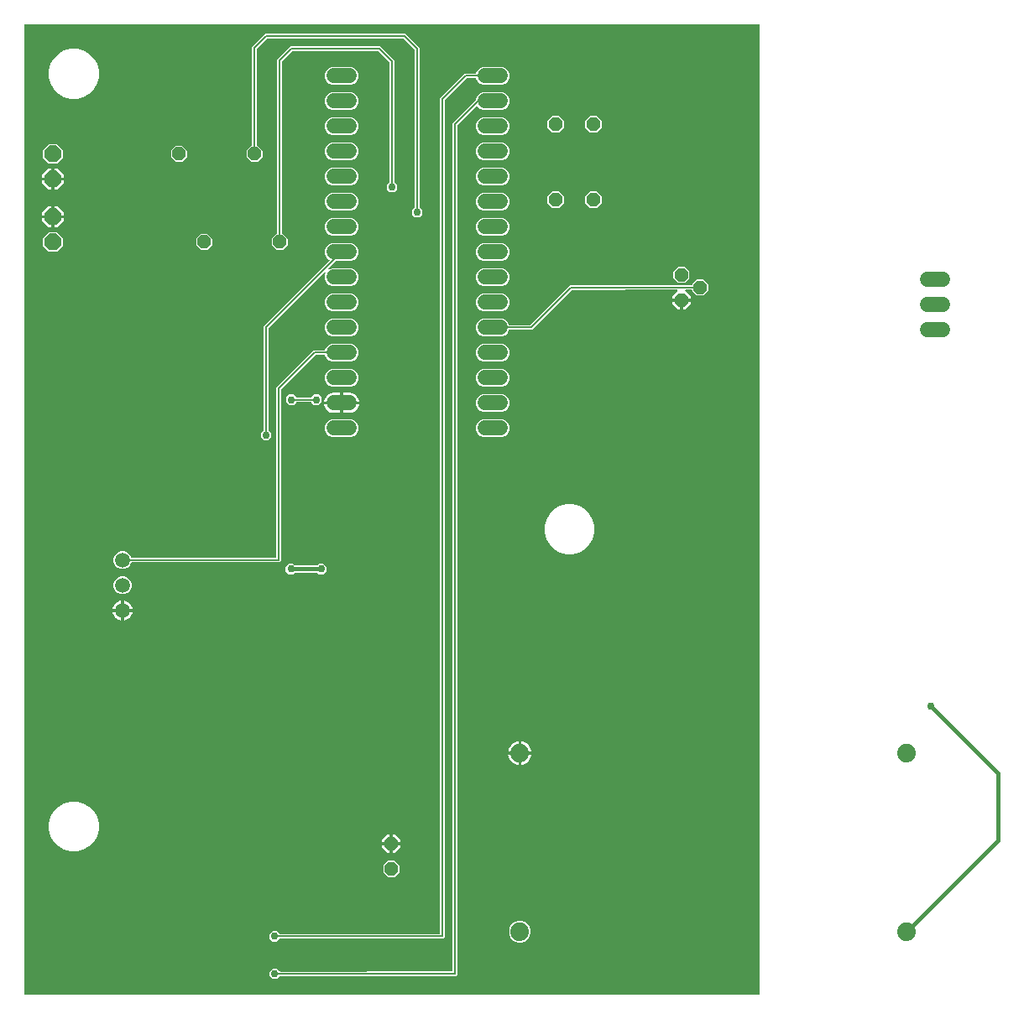
<source format=gbr>
G04 EAGLE Gerber RS-274X export*
G75*
%MOMM*%
%FSLAX34Y34*%
%LPD*%
%INBottom Copper*%
%IPPOS*%
%AMOC8*
5,1,8,0,0,1.08239X$1,22.5*%
G01*
%ADD10C,1.879600*%
%ADD11C,1.524000*%
%ADD12P,1.814519X8X112.500000*%
%ADD13P,1.814519X8X292.500000*%
%ADD14C,1.508000*%
%ADD15P,1.429621X8X292.500000*%
%ADD16P,1.429621X8X202.500000*%
%ADD17P,1.429621X8X112.500000*%
%ADD18C,0.152400*%
%ADD19C,0.756400*%
%ADD20C,0.406400*%

G36*
X750920Y10164D02*
X750920Y10164D01*
X750939Y10162D01*
X751041Y10184D01*
X751143Y10200D01*
X751160Y10210D01*
X751180Y10214D01*
X751269Y10267D01*
X751360Y10316D01*
X751374Y10330D01*
X751391Y10340D01*
X751458Y10419D01*
X751530Y10494D01*
X751538Y10512D01*
X751551Y10527D01*
X751590Y10623D01*
X751633Y10717D01*
X751635Y10737D01*
X751643Y10755D01*
X751661Y10922D01*
X751661Y989078D01*
X751658Y989098D01*
X751660Y989117D01*
X751638Y989219D01*
X751622Y989321D01*
X751612Y989338D01*
X751608Y989358D01*
X751555Y989447D01*
X751506Y989538D01*
X751492Y989552D01*
X751482Y989569D01*
X751403Y989636D01*
X751328Y989708D01*
X751310Y989716D01*
X751295Y989729D01*
X751199Y989768D01*
X751105Y989811D01*
X751085Y989813D01*
X751067Y989821D01*
X750900Y989839D01*
X10922Y989839D01*
X10902Y989836D01*
X10883Y989838D01*
X10781Y989816D01*
X10679Y989800D01*
X10662Y989790D01*
X10642Y989786D01*
X10553Y989733D01*
X10462Y989684D01*
X10448Y989670D01*
X10431Y989660D01*
X10364Y989581D01*
X10292Y989506D01*
X10284Y989488D01*
X10271Y989473D01*
X10232Y989377D01*
X10189Y989283D01*
X10187Y989263D01*
X10179Y989245D01*
X10161Y989078D01*
X10161Y10922D01*
X10164Y10902D01*
X10162Y10883D01*
X10184Y10781D01*
X10200Y10679D01*
X10210Y10662D01*
X10214Y10642D01*
X10267Y10553D01*
X10316Y10462D01*
X10330Y10448D01*
X10340Y10431D01*
X10419Y10364D01*
X10494Y10292D01*
X10512Y10284D01*
X10527Y10271D01*
X10623Y10232D01*
X10717Y10189D01*
X10737Y10187D01*
X10755Y10179D01*
X10922Y10161D01*
X750900Y10161D01*
X750920Y10164D01*
G37*
%LPC*%
G36*
X260502Y25893D02*
X260502Y25893D01*
X257393Y29002D01*
X257393Y33398D01*
X260502Y36507D01*
X264898Y36507D01*
X267689Y33716D01*
X267763Y33663D01*
X267833Y33603D01*
X267863Y33591D01*
X267889Y33573D01*
X267976Y33546D01*
X268061Y33511D01*
X268102Y33507D01*
X268124Y33500D01*
X268156Y33501D01*
X268228Y33493D01*
X441453Y33692D01*
X441472Y33695D01*
X441491Y33693D01*
X441593Y33715D01*
X441696Y33732D01*
X441713Y33741D01*
X441732Y33745D01*
X441821Y33798D01*
X441913Y33847D01*
X441926Y33861D01*
X441943Y33871D01*
X442011Y33950D01*
X442082Y34026D01*
X442090Y34043D01*
X442103Y34058D01*
X442142Y34155D01*
X442185Y34249D01*
X442188Y34268D01*
X442195Y34286D01*
X442213Y34453D01*
X442213Y889947D01*
X465412Y913146D01*
X465465Y913220D01*
X465525Y913290D01*
X465537Y913320D01*
X465556Y913346D01*
X465583Y913433D01*
X465617Y913518D01*
X465621Y913559D01*
X465628Y913581D01*
X465627Y913613D01*
X465635Y913685D01*
X465635Y914219D01*
X467027Y917580D01*
X469600Y920153D01*
X472961Y921545D01*
X491839Y921545D01*
X495200Y920153D01*
X497773Y917580D01*
X499165Y914219D01*
X499165Y910581D01*
X497773Y907220D01*
X495200Y904647D01*
X491839Y903255D01*
X472961Y903255D01*
X469600Y904647D01*
X467029Y907218D01*
X467013Y907230D01*
X467000Y907246D01*
X466913Y907302D01*
X466829Y907362D01*
X466810Y907368D01*
X466793Y907379D01*
X466693Y907404D01*
X466594Y907434D01*
X466574Y907434D01*
X466555Y907439D01*
X466452Y907431D01*
X466348Y907428D01*
X466329Y907421D01*
X466310Y907420D01*
X466215Y907379D01*
X466117Y907344D01*
X466102Y907331D01*
X466083Y907323D01*
X465952Y907218D01*
X447010Y888276D01*
X446957Y888202D01*
X446897Y888132D01*
X446885Y888102D01*
X446866Y888076D01*
X446839Y887989D01*
X446805Y887904D01*
X446801Y887863D01*
X446794Y887841D01*
X446795Y887809D01*
X446787Y887737D01*
X446787Y31412D01*
X446787Y31411D01*
X446788Y30462D01*
X446126Y29801D01*
X446126Y29800D01*
X445449Y29122D01*
X444512Y29122D01*
X444511Y29122D01*
X268239Y28920D01*
X268149Y28905D01*
X268059Y28898D01*
X268029Y28885D01*
X267996Y28880D01*
X267916Y28837D01*
X267832Y28801D01*
X267800Y28775D01*
X267779Y28764D01*
X267757Y28741D01*
X267702Y28697D01*
X264898Y25893D01*
X260502Y25893D01*
G37*
%LPD*%
%LPC*%
G36*
X260502Y63893D02*
X260502Y63893D01*
X257393Y67002D01*
X257393Y71398D01*
X260502Y74507D01*
X264898Y74507D01*
X267695Y71710D01*
X267769Y71657D01*
X267839Y71597D01*
X267869Y71585D01*
X267895Y71566D01*
X267982Y71539D01*
X268067Y71505D01*
X268108Y71501D01*
X268130Y71494D01*
X268162Y71495D01*
X268233Y71487D01*
X428752Y71487D01*
X428772Y71490D01*
X428791Y71488D01*
X428893Y71510D01*
X428995Y71526D01*
X429012Y71536D01*
X429032Y71540D01*
X429121Y71593D01*
X429212Y71642D01*
X429226Y71656D01*
X429243Y71666D01*
X429310Y71745D01*
X429382Y71820D01*
X429390Y71838D01*
X429403Y71853D01*
X429442Y71949D01*
X429485Y72043D01*
X429487Y72063D01*
X429495Y72081D01*
X429513Y72248D01*
X429513Y915347D01*
X454253Y940087D01*
X465320Y940087D01*
X465435Y940106D01*
X465551Y940123D01*
X465557Y940125D01*
X465563Y940126D01*
X465666Y940181D01*
X465771Y940234D01*
X465775Y940239D01*
X465780Y940242D01*
X465860Y940326D01*
X465943Y940410D01*
X465946Y940416D01*
X465950Y940420D01*
X465958Y940437D01*
X466024Y940557D01*
X467027Y942980D01*
X469600Y945553D01*
X472961Y946945D01*
X491839Y946945D01*
X495200Y945553D01*
X497773Y942980D01*
X499165Y939619D01*
X499165Y935981D01*
X497773Y932620D01*
X495200Y930047D01*
X491839Y928655D01*
X472961Y928655D01*
X469600Y930047D01*
X467027Y932620D01*
X466024Y935043D01*
X465962Y935143D01*
X465902Y935243D01*
X465897Y935247D01*
X465894Y935252D01*
X465804Y935327D01*
X465715Y935403D01*
X465709Y935405D01*
X465705Y935409D01*
X465596Y935451D01*
X465487Y935495D01*
X465480Y935496D01*
X465475Y935497D01*
X465457Y935498D01*
X465320Y935513D01*
X456463Y935513D01*
X456372Y935499D01*
X456282Y935491D01*
X456252Y935479D01*
X456220Y935474D01*
X456139Y935431D01*
X456055Y935395D01*
X456023Y935369D01*
X456002Y935358D01*
X455980Y935335D01*
X455924Y935290D01*
X434310Y913676D01*
X434257Y913602D01*
X434197Y913532D01*
X434185Y913502D01*
X434166Y913476D01*
X434139Y913389D01*
X434105Y913304D01*
X434101Y913263D01*
X434094Y913241D01*
X434095Y913209D01*
X434087Y913137D01*
X434087Y68253D01*
X432747Y66913D01*
X268233Y66913D01*
X268143Y66899D01*
X268052Y66891D01*
X268023Y66879D01*
X267991Y66874D01*
X267910Y66831D01*
X267826Y66795D01*
X267794Y66769D01*
X267773Y66758D01*
X267751Y66735D01*
X267695Y66690D01*
X264898Y63893D01*
X260502Y63893D01*
G37*
%LPD*%
%LPC*%
G36*
X107297Y439935D02*
X107297Y439935D01*
X103965Y441315D01*
X101415Y443865D01*
X100035Y447197D01*
X100035Y450803D01*
X101415Y454135D01*
X103965Y456685D01*
X107297Y458065D01*
X110903Y458065D01*
X114235Y456685D01*
X116785Y454135D01*
X117770Y451757D01*
X117832Y451657D01*
X117891Y451557D01*
X117896Y451553D01*
X117899Y451548D01*
X117990Y451473D01*
X118078Y451397D01*
X118084Y451395D01*
X118089Y451391D01*
X118197Y451349D01*
X118306Y451305D01*
X118314Y451304D01*
X118318Y451303D01*
X118337Y451302D01*
X118473Y451287D01*
X263652Y451287D01*
X263672Y451290D01*
X263691Y451288D01*
X263793Y451310D01*
X263895Y451326D01*
X263912Y451336D01*
X263932Y451340D01*
X264021Y451393D01*
X264112Y451442D01*
X264126Y451456D01*
X264143Y451466D01*
X264210Y451545D01*
X264282Y451620D01*
X264290Y451638D01*
X264303Y451653D01*
X264342Y451749D01*
X264385Y451843D01*
X264387Y451863D01*
X264395Y451881D01*
X264413Y452048D01*
X264413Y623247D01*
X301853Y660687D01*
X312920Y660687D01*
X313035Y660706D01*
X313151Y660723D01*
X313157Y660725D01*
X313163Y660726D01*
X313266Y660781D01*
X313371Y660834D01*
X313375Y660839D01*
X313380Y660842D01*
X313460Y660926D01*
X313543Y661010D01*
X313546Y661016D01*
X313550Y661020D01*
X313558Y661037D01*
X313624Y661157D01*
X314627Y663580D01*
X317200Y666153D01*
X320561Y667545D01*
X339439Y667545D01*
X342800Y666153D01*
X345373Y663580D01*
X346765Y660219D01*
X346765Y656581D01*
X345373Y653220D01*
X342800Y650647D01*
X339439Y649255D01*
X320561Y649255D01*
X317200Y650647D01*
X314627Y653220D01*
X313624Y655643D01*
X313562Y655743D01*
X313502Y655843D01*
X313497Y655847D01*
X313494Y655852D01*
X313404Y655927D01*
X313315Y656003D01*
X313309Y656005D01*
X313305Y656009D01*
X313196Y656051D01*
X313087Y656095D01*
X313080Y656096D01*
X313075Y656097D01*
X313057Y656098D01*
X312920Y656113D01*
X304063Y656113D01*
X303972Y656099D01*
X303882Y656091D01*
X303852Y656079D01*
X303820Y656074D01*
X303739Y656031D01*
X303655Y655995D01*
X303623Y655969D01*
X303602Y655958D01*
X303580Y655935D01*
X303524Y655890D01*
X269210Y621576D01*
X269157Y621502D01*
X269097Y621432D01*
X269085Y621402D01*
X269066Y621376D01*
X269039Y621289D01*
X269005Y621204D01*
X269001Y621163D01*
X268994Y621141D01*
X268995Y621109D01*
X268987Y621037D01*
X268987Y448053D01*
X267647Y446713D01*
X118473Y446713D01*
X118358Y446694D01*
X118242Y446677D01*
X118236Y446675D01*
X118230Y446674D01*
X118128Y446619D01*
X118023Y446566D01*
X118018Y446561D01*
X118013Y446558D01*
X117933Y446474D01*
X117851Y446390D01*
X117847Y446384D01*
X117844Y446380D01*
X117836Y446363D01*
X117770Y446243D01*
X116785Y443865D01*
X114235Y441315D01*
X110903Y439935D01*
X107297Y439935D01*
G37*
%LPD*%
%LPC*%
G36*
X404202Y794793D02*
X404202Y794793D01*
X401093Y797902D01*
X401093Y802298D01*
X403890Y805095D01*
X403943Y805169D01*
X404003Y805239D01*
X404015Y805269D01*
X404034Y805295D01*
X404061Y805382D01*
X404095Y805467D01*
X404099Y805508D01*
X404106Y805530D01*
X404105Y805562D01*
X404113Y805633D01*
X404113Y963937D01*
X404099Y964028D01*
X404091Y964118D01*
X404079Y964148D01*
X404074Y964180D01*
X404031Y964261D01*
X403995Y964345D01*
X403969Y964377D01*
X403958Y964398D01*
X403935Y964420D01*
X403890Y964476D01*
X392976Y975390D01*
X392902Y975443D01*
X392832Y975503D01*
X392802Y975515D01*
X392776Y975534D01*
X392689Y975561D01*
X392604Y975595D01*
X392563Y975599D01*
X392541Y975606D01*
X392509Y975605D01*
X392437Y975613D01*
X255263Y975613D01*
X255172Y975599D01*
X255082Y975591D01*
X255052Y975579D01*
X255020Y975574D01*
X254939Y975531D01*
X254855Y975495D01*
X254823Y975469D01*
X254802Y975458D01*
X254780Y975435D01*
X254724Y975390D01*
X244710Y965376D01*
X244657Y965302D01*
X244597Y965232D01*
X244585Y965202D01*
X244566Y965176D01*
X244539Y965089D01*
X244505Y965004D01*
X244501Y964963D01*
X244494Y964941D01*
X244495Y964909D01*
X244487Y964837D01*
X244487Y867890D01*
X244490Y867870D01*
X244488Y867851D01*
X244510Y867749D01*
X244526Y867647D01*
X244536Y867630D01*
X244540Y867610D01*
X244593Y867521D01*
X244642Y867430D01*
X244656Y867416D01*
X244666Y867399D01*
X244745Y867332D01*
X244820Y867260D01*
X244838Y867252D01*
X244853Y867239D01*
X244949Y867200D01*
X245043Y867157D01*
X245063Y867155D01*
X245081Y867147D01*
X245248Y867129D01*
X245567Y867129D01*
X250329Y862367D01*
X250329Y855633D01*
X245567Y850871D01*
X238833Y850871D01*
X234071Y855633D01*
X234071Y862367D01*
X238833Y867129D01*
X239152Y867129D01*
X239172Y867132D01*
X239191Y867130D01*
X239293Y867152D01*
X239395Y867168D01*
X239412Y867178D01*
X239432Y867182D01*
X239521Y867235D01*
X239612Y867284D01*
X239626Y867298D01*
X239643Y867308D01*
X239710Y867387D01*
X239782Y867462D01*
X239790Y867480D01*
X239803Y867495D01*
X239842Y867591D01*
X239885Y867685D01*
X239887Y867705D01*
X239895Y867723D01*
X239913Y867890D01*
X239913Y967047D01*
X253053Y980187D01*
X394647Y980187D01*
X408687Y966147D01*
X408687Y805633D01*
X408701Y805543D01*
X408709Y805452D01*
X408721Y805423D01*
X408726Y805391D01*
X408769Y805310D01*
X408805Y805226D01*
X408831Y805194D01*
X408842Y805173D01*
X408865Y805151D01*
X408910Y805095D01*
X411707Y802298D01*
X411707Y797902D01*
X408598Y794793D01*
X404202Y794793D01*
G37*
%LPD*%
%LPC*%
G36*
X264233Y761971D02*
X264233Y761971D01*
X259471Y766733D01*
X259471Y773467D01*
X264233Y778229D01*
X264552Y778229D01*
X264572Y778232D01*
X264591Y778230D01*
X264693Y778252D01*
X264795Y778268D01*
X264812Y778278D01*
X264832Y778282D01*
X264921Y778335D01*
X265012Y778384D01*
X265026Y778398D01*
X265043Y778408D01*
X265110Y778487D01*
X265182Y778562D01*
X265190Y778580D01*
X265203Y778595D01*
X265242Y778691D01*
X265285Y778785D01*
X265287Y778805D01*
X265295Y778823D01*
X265313Y778990D01*
X265313Y954347D01*
X278453Y967487D01*
X369247Y967487D01*
X383287Y953447D01*
X383287Y831033D01*
X383301Y830943D01*
X383309Y830852D01*
X383321Y830823D01*
X383326Y830791D01*
X383369Y830710D01*
X383405Y830626D01*
X383431Y830594D01*
X383442Y830573D01*
X383465Y830551D01*
X383510Y830495D01*
X386307Y827698D01*
X386307Y823302D01*
X383198Y820193D01*
X378802Y820193D01*
X375693Y823302D01*
X375693Y827698D01*
X378490Y830495D01*
X378543Y830569D01*
X378603Y830639D01*
X378615Y830669D01*
X378634Y830695D01*
X378661Y830782D01*
X378695Y830867D01*
X378699Y830908D01*
X378706Y830930D01*
X378705Y830962D01*
X378713Y831033D01*
X378713Y951237D01*
X378699Y951328D01*
X378691Y951418D01*
X378679Y951448D01*
X378674Y951480D01*
X378631Y951561D01*
X378595Y951645D01*
X378569Y951677D01*
X378558Y951698D01*
X378535Y951720D01*
X378490Y951776D01*
X367576Y962690D01*
X367502Y962743D01*
X367432Y962803D01*
X367402Y962815D01*
X367376Y962834D01*
X367289Y962861D01*
X367204Y962895D01*
X367163Y962899D01*
X367141Y962906D01*
X367109Y962905D01*
X367037Y962913D01*
X280663Y962913D01*
X280572Y962899D01*
X280482Y962891D01*
X280452Y962879D01*
X280420Y962874D01*
X280339Y962831D01*
X280255Y962795D01*
X280223Y962769D01*
X280202Y962758D01*
X280180Y962735D01*
X280124Y962690D01*
X270110Y952676D01*
X270057Y952602D01*
X269997Y952532D01*
X269985Y952502D01*
X269966Y952476D01*
X269939Y952389D01*
X269905Y952304D01*
X269901Y952263D01*
X269894Y952241D01*
X269895Y952209D01*
X269887Y952137D01*
X269887Y778990D01*
X269890Y778970D01*
X269888Y778951D01*
X269910Y778849D01*
X269926Y778747D01*
X269936Y778730D01*
X269940Y778710D01*
X269993Y778621D01*
X270042Y778530D01*
X270056Y778516D01*
X270066Y778499D01*
X270145Y778432D01*
X270220Y778360D01*
X270238Y778352D01*
X270253Y778339D01*
X270349Y778300D01*
X270443Y778257D01*
X270463Y778255D01*
X270481Y778247D01*
X270648Y778229D01*
X270967Y778229D01*
X275729Y773467D01*
X275729Y766733D01*
X270967Y761971D01*
X264233Y761971D01*
G37*
%LPD*%
%LPC*%
G36*
X251802Y570003D02*
X251802Y570003D01*
X248693Y573112D01*
X248693Y577508D01*
X251490Y580305D01*
X251543Y580379D01*
X251603Y580449D01*
X251615Y580479D01*
X251634Y580505D01*
X251661Y580592D01*
X251695Y580677D01*
X251699Y580718D01*
X251706Y580740D01*
X251705Y580772D01*
X251713Y580843D01*
X251713Y684947D01*
X317677Y750911D01*
X317704Y750948D01*
X317737Y750979D01*
X317775Y751047D01*
X317820Y751110D01*
X317834Y751154D01*
X317856Y751195D01*
X317870Y751271D01*
X317893Y751345D01*
X317891Y751391D01*
X317900Y751437D01*
X317888Y751514D01*
X317886Y751591D01*
X317871Y751634D01*
X317864Y751680D01*
X317829Y751749D01*
X317802Y751822D01*
X317773Y751858D01*
X317752Y751899D01*
X317697Y751954D01*
X317648Y752014D01*
X317609Y752039D01*
X317577Y752071D01*
X317457Y752137D01*
X317441Y752147D01*
X317436Y752149D01*
X317430Y752152D01*
X317200Y752247D01*
X314627Y754820D01*
X313235Y758181D01*
X313235Y761819D01*
X314627Y765180D01*
X317200Y767753D01*
X320561Y769145D01*
X339439Y769145D01*
X342800Y767753D01*
X345373Y765180D01*
X346765Y761819D01*
X346765Y758181D01*
X345373Y754820D01*
X342800Y752247D01*
X339439Y750855D01*
X324405Y750855D01*
X324314Y750841D01*
X324224Y750833D01*
X324194Y750821D01*
X324162Y750816D01*
X324081Y750773D01*
X323997Y750737D01*
X323965Y750711D01*
X323944Y750700D01*
X323922Y750677D01*
X323866Y750632D01*
X317152Y743918D01*
X317095Y743839D01*
X317033Y743764D01*
X317023Y743739D01*
X317008Y743718D01*
X316980Y743625D01*
X316945Y743534D01*
X316943Y743508D01*
X316936Y743483D01*
X316938Y743386D01*
X316934Y743288D01*
X316941Y743263D01*
X316942Y743237D01*
X316976Y743145D01*
X317003Y743052D01*
X317018Y743031D01*
X317027Y743006D01*
X317088Y742930D01*
X317143Y742850D01*
X317164Y742834D01*
X317180Y742814D01*
X317262Y742761D01*
X317340Y742703D01*
X317365Y742695D01*
X317387Y742681D01*
X317482Y742657D01*
X317574Y742627D01*
X317600Y742627D01*
X317626Y742621D01*
X317723Y742628D01*
X317820Y742629D01*
X317852Y742639D01*
X317871Y742640D01*
X317901Y742653D01*
X317981Y742676D01*
X320561Y743745D01*
X339439Y743745D01*
X342800Y742353D01*
X345373Y739780D01*
X346765Y736419D01*
X346765Y732781D01*
X345373Y729420D01*
X342800Y726847D01*
X339439Y725455D01*
X320561Y725455D01*
X317200Y726847D01*
X314627Y729420D01*
X313235Y732781D01*
X313235Y736419D01*
X314304Y738999D01*
X314326Y739094D01*
X314355Y739187D01*
X314354Y739213D01*
X314360Y739238D01*
X314351Y739335D01*
X314348Y739432D01*
X314339Y739457D01*
X314337Y739483D01*
X314297Y739572D01*
X314264Y739663D01*
X314248Y739684D01*
X314237Y739708D01*
X314171Y739779D01*
X314110Y739856D01*
X314088Y739870D01*
X314071Y739889D01*
X313985Y739936D01*
X313903Y739989D01*
X313878Y739995D01*
X313855Y740008D01*
X313759Y740025D01*
X313665Y740049D01*
X313639Y740047D01*
X313613Y740051D01*
X313516Y740037D01*
X313420Y740029D01*
X313396Y740019D01*
X313370Y740015D01*
X313283Y739971D01*
X313193Y739933D01*
X313168Y739913D01*
X313150Y739904D01*
X313127Y739880D01*
X313062Y739828D01*
X256510Y683276D01*
X256457Y683202D01*
X256397Y683132D01*
X256385Y683102D01*
X256366Y683076D01*
X256339Y682989D01*
X256305Y682904D01*
X256301Y682863D01*
X256294Y682841D01*
X256295Y682809D01*
X256287Y682737D01*
X256287Y580843D01*
X256301Y580753D01*
X256309Y580662D01*
X256321Y580633D01*
X256326Y580601D01*
X256369Y580520D01*
X256405Y580436D01*
X256431Y580404D01*
X256442Y580383D01*
X256465Y580361D01*
X256510Y580305D01*
X259307Y577508D01*
X259307Y573112D01*
X256198Y570003D01*
X251802Y570003D01*
G37*
%LPD*%
%LPC*%
G36*
X556688Y454839D02*
X556688Y454839D01*
X550288Y456554D01*
X544551Y459866D01*
X539866Y464551D01*
X536554Y470288D01*
X534839Y476688D01*
X534839Y483312D01*
X536554Y489712D01*
X539866Y495449D01*
X544551Y500134D01*
X550288Y503446D01*
X556688Y505161D01*
X563312Y505161D01*
X569712Y503446D01*
X575449Y500134D01*
X580134Y495449D01*
X583446Y489712D01*
X585161Y483312D01*
X585161Y476688D01*
X583446Y470288D01*
X580134Y464551D01*
X575449Y459866D01*
X569712Y456554D01*
X563312Y454839D01*
X556688Y454839D01*
G37*
%LPD*%
%LPC*%
G36*
X56688Y914839D02*
X56688Y914839D01*
X50288Y916554D01*
X44551Y919866D01*
X39866Y924551D01*
X36554Y930288D01*
X34839Y936688D01*
X34839Y943312D01*
X36554Y949712D01*
X39866Y955449D01*
X44551Y960134D01*
X50288Y963446D01*
X56688Y965161D01*
X63312Y965161D01*
X69712Y963446D01*
X75449Y960134D01*
X80134Y955449D01*
X83446Y949712D01*
X85161Y943312D01*
X85161Y936688D01*
X83446Y930288D01*
X80134Y924551D01*
X75449Y919866D01*
X69712Y916554D01*
X63312Y914839D01*
X56688Y914839D01*
G37*
%LPD*%
%LPC*%
G36*
X56688Y154839D02*
X56688Y154839D01*
X50288Y156554D01*
X44551Y159866D01*
X39866Y164551D01*
X36554Y170288D01*
X34839Y176688D01*
X34839Y183312D01*
X36554Y189712D01*
X39866Y195449D01*
X44551Y200134D01*
X50288Y203446D01*
X56688Y205161D01*
X63312Y205161D01*
X69712Y203446D01*
X75449Y200134D01*
X80134Y195449D01*
X83446Y189712D01*
X85161Y183312D01*
X85161Y176688D01*
X83446Y170288D01*
X80134Y164551D01*
X75449Y159866D01*
X69712Y156554D01*
X63312Y154839D01*
X56688Y154839D01*
G37*
%LPD*%
%LPC*%
G36*
X472961Y674655D02*
X472961Y674655D01*
X469600Y676047D01*
X467027Y678620D01*
X465635Y681981D01*
X465635Y685619D01*
X467027Y688980D01*
X469600Y691553D01*
X472961Y692945D01*
X491839Y692945D01*
X495200Y691553D01*
X497773Y688980D01*
X498776Y686557D01*
X498838Y686457D01*
X498898Y686357D01*
X498903Y686353D01*
X498906Y686348D01*
X498996Y686273D01*
X499085Y686197D01*
X499091Y686195D01*
X499095Y686191D01*
X499204Y686149D01*
X499313Y686105D01*
X499320Y686104D01*
X499325Y686103D01*
X499343Y686102D01*
X499480Y686087D01*
X519977Y686087D01*
X520068Y686101D01*
X520158Y686109D01*
X520188Y686121D01*
X520220Y686126D01*
X520301Y686169D01*
X520385Y686205D01*
X520417Y686231D01*
X520438Y686242D01*
X520460Y686265D01*
X520516Y686310D01*
X559718Y725512D01*
X559719Y725513D01*
X560390Y726187D01*
X561336Y726187D01*
X561337Y726187D01*
X561338Y726187D01*
X683062Y726466D01*
X683081Y726469D01*
X683099Y726467D01*
X683201Y726489D01*
X683304Y726507D01*
X683321Y726516D01*
X683340Y726520D01*
X683429Y726573D01*
X683522Y726622D01*
X683535Y726636D01*
X683551Y726646D01*
X683619Y726725D01*
X683690Y726801D01*
X683698Y726818D01*
X683711Y726833D01*
X683750Y726930D01*
X683794Y727024D01*
X683796Y727043D01*
X683803Y727061D01*
X683821Y727228D01*
X683821Y727567D01*
X688583Y732329D01*
X695317Y732329D01*
X700079Y727567D01*
X700079Y720833D01*
X695317Y716071D01*
X688583Y716071D01*
X683821Y720833D01*
X683821Y721132D01*
X683818Y721152D01*
X683820Y721173D01*
X683798Y721273D01*
X683782Y721374D01*
X683772Y721393D01*
X683767Y721413D01*
X683714Y721501D01*
X683666Y721592D01*
X683651Y721606D01*
X683641Y721624D01*
X683562Y721691D01*
X683488Y721761D01*
X683469Y721770D01*
X683453Y721783D01*
X683358Y721822D01*
X683265Y721865D01*
X683244Y721867D01*
X683225Y721875D01*
X683058Y721893D01*
X677289Y721880D01*
X677219Y721868D01*
X677148Y721866D01*
X677099Y721848D01*
X677046Y721839D01*
X676984Y721806D01*
X676917Y721782D01*
X676876Y721749D01*
X676829Y721724D01*
X676781Y721672D01*
X676725Y721628D01*
X676697Y721583D01*
X676660Y721545D01*
X676631Y721481D01*
X676592Y721421D01*
X676579Y721370D01*
X676557Y721322D01*
X676550Y721251D01*
X676532Y721183D01*
X676536Y721130D01*
X676531Y721077D01*
X676546Y721008D01*
X676551Y720937D01*
X676572Y720889D01*
X676583Y720837D01*
X676620Y720776D01*
X676648Y720711D01*
X676693Y720654D01*
X676710Y720626D01*
X676728Y720611D01*
X676752Y720580D01*
X682045Y715288D01*
X682045Y713023D01*
X673662Y713023D01*
X673642Y713020D01*
X673623Y713022D01*
X673521Y713000D01*
X673419Y712983D01*
X673402Y712974D01*
X673382Y712970D01*
X673293Y712917D01*
X673202Y712868D01*
X673188Y712854D01*
X673171Y712844D01*
X673104Y712765D01*
X673033Y712690D01*
X673024Y712672D01*
X673011Y712657D01*
X672973Y712561D01*
X672929Y712467D01*
X672927Y712447D01*
X672919Y712429D01*
X672901Y712262D01*
X672901Y711499D01*
X672899Y711499D01*
X672899Y712262D01*
X672896Y712282D01*
X672898Y712301D01*
X672876Y712403D01*
X672859Y712505D01*
X672850Y712522D01*
X672846Y712542D01*
X672793Y712631D01*
X672744Y712722D01*
X672730Y712736D01*
X672720Y712753D01*
X672641Y712820D01*
X672566Y712891D01*
X672548Y712900D01*
X672533Y712913D01*
X672437Y712952D01*
X672343Y712995D01*
X672323Y712997D01*
X672305Y713005D01*
X672138Y713023D01*
X663755Y713023D01*
X663755Y715288D01*
X669027Y720560D01*
X669070Y720619D01*
X669119Y720672D01*
X669141Y720718D01*
X669171Y720760D01*
X669192Y720829D01*
X669223Y720895D01*
X669228Y720946D01*
X669243Y720995D01*
X669241Y721067D01*
X669249Y721139D01*
X669238Y721189D01*
X669237Y721241D01*
X669212Y721309D01*
X669196Y721380D01*
X669170Y721423D01*
X669152Y721472D01*
X669107Y721528D01*
X669070Y721590D01*
X669031Y721624D01*
X668999Y721664D01*
X668938Y721703D01*
X668882Y721750D01*
X668835Y721769D01*
X668792Y721797D01*
X668721Y721814D01*
X668654Y721841D01*
X668584Y721849D01*
X668553Y721857D01*
X668529Y721855D01*
X668487Y721859D01*
X562604Y721616D01*
X562514Y721601D01*
X562424Y721594D01*
X562394Y721581D01*
X562361Y721576D01*
X562281Y721533D01*
X562198Y721498D01*
X562165Y721472D01*
X562144Y721460D01*
X562122Y721437D01*
X562067Y721393D01*
X523750Y683076D01*
X522187Y681513D01*
X499480Y681513D01*
X499365Y681494D01*
X499249Y681477D01*
X499243Y681475D01*
X499237Y681474D01*
X499134Y681419D01*
X499029Y681366D01*
X499025Y681361D01*
X499020Y681358D01*
X498940Y681274D01*
X498857Y681190D01*
X498854Y681184D01*
X498850Y681180D01*
X498842Y681163D01*
X498776Y681043D01*
X497773Y678620D01*
X495200Y676047D01*
X491839Y674655D01*
X472961Y674655D01*
G37*
%LPD*%
%LPC*%
G36*
X320561Y877855D02*
X320561Y877855D01*
X317200Y879247D01*
X314627Y881820D01*
X313235Y885181D01*
X313235Y888819D01*
X314627Y892180D01*
X317200Y894753D01*
X320561Y896145D01*
X339439Y896145D01*
X342800Y894753D01*
X345373Y892180D01*
X346765Y888819D01*
X346765Y885181D01*
X345373Y881820D01*
X342800Y879247D01*
X339439Y877855D01*
X320561Y877855D01*
G37*
%LPD*%
%LPC*%
G36*
X472961Y852455D02*
X472961Y852455D01*
X469600Y853847D01*
X467027Y856420D01*
X465635Y859781D01*
X465635Y863419D01*
X467027Y866780D01*
X469600Y869353D01*
X472961Y870745D01*
X491839Y870745D01*
X495200Y869353D01*
X497773Y866780D01*
X499165Y863419D01*
X499165Y859781D01*
X497773Y856420D01*
X495200Y853847D01*
X491839Y852455D01*
X472961Y852455D01*
G37*
%LPD*%
%LPC*%
G36*
X320561Y852455D02*
X320561Y852455D01*
X317200Y853847D01*
X314627Y856420D01*
X313235Y859781D01*
X313235Y863419D01*
X314627Y866780D01*
X317200Y869353D01*
X320561Y870745D01*
X339439Y870745D01*
X342800Y869353D01*
X345373Y866780D01*
X346765Y863419D01*
X346765Y859781D01*
X345373Y856420D01*
X342800Y853847D01*
X339439Y852455D01*
X320561Y852455D01*
G37*
%LPD*%
%LPC*%
G36*
X320561Y928655D02*
X320561Y928655D01*
X317200Y930047D01*
X314627Y932620D01*
X313235Y935981D01*
X313235Y939619D01*
X314627Y942980D01*
X317200Y945553D01*
X320561Y946945D01*
X339439Y946945D01*
X342800Y945553D01*
X345373Y942980D01*
X346765Y939619D01*
X346765Y935981D01*
X345373Y932620D01*
X342800Y930047D01*
X339439Y928655D01*
X320561Y928655D01*
G37*
%LPD*%
%LPC*%
G36*
X320561Y903255D02*
X320561Y903255D01*
X317200Y904647D01*
X314627Y907220D01*
X313235Y910581D01*
X313235Y914219D01*
X314627Y917580D01*
X317200Y920153D01*
X320561Y921545D01*
X339439Y921545D01*
X342800Y920153D01*
X345373Y917580D01*
X346765Y914219D01*
X346765Y910581D01*
X345373Y907220D01*
X342800Y904647D01*
X339439Y903255D01*
X320561Y903255D01*
G37*
%LPD*%
%LPC*%
G36*
X320561Y827055D02*
X320561Y827055D01*
X317200Y828447D01*
X314627Y831020D01*
X313235Y834381D01*
X313235Y838019D01*
X314627Y841380D01*
X317200Y843953D01*
X320561Y845345D01*
X339439Y845345D01*
X342800Y843953D01*
X345373Y841380D01*
X346765Y838019D01*
X346765Y834381D01*
X345373Y831020D01*
X342800Y828447D01*
X339439Y827055D01*
X320561Y827055D01*
G37*
%LPD*%
%LPC*%
G36*
X472961Y827055D02*
X472961Y827055D01*
X469600Y828447D01*
X467027Y831020D01*
X465635Y834381D01*
X465635Y838019D01*
X467027Y841380D01*
X469600Y843953D01*
X472961Y845345D01*
X491839Y845345D01*
X495200Y843953D01*
X497773Y841380D01*
X499165Y838019D01*
X499165Y834381D01*
X497773Y831020D01*
X495200Y828447D01*
X491839Y827055D01*
X472961Y827055D01*
G37*
%LPD*%
%LPC*%
G36*
X320561Y573055D02*
X320561Y573055D01*
X317200Y574447D01*
X314627Y577020D01*
X313235Y580381D01*
X313235Y584019D01*
X314627Y587380D01*
X317200Y589953D01*
X320561Y591345D01*
X339439Y591345D01*
X342800Y589953D01*
X345373Y587380D01*
X346765Y584019D01*
X346765Y580381D01*
X345373Y577020D01*
X342800Y574447D01*
X339439Y573055D01*
X320561Y573055D01*
G37*
%LPD*%
%LPC*%
G36*
X472961Y573055D02*
X472961Y573055D01*
X469600Y574447D01*
X467027Y577020D01*
X465635Y580381D01*
X465635Y584019D01*
X467027Y587380D01*
X469600Y589953D01*
X472961Y591345D01*
X491839Y591345D01*
X495200Y589953D01*
X497773Y587380D01*
X499165Y584019D01*
X499165Y580381D01*
X497773Y577020D01*
X495200Y574447D01*
X491839Y573055D01*
X472961Y573055D01*
G37*
%LPD*%
%LPC*%
G36*
X472961Y598455D02*
X472961Y598455D01*
X469600Y599847D01*
X467027Y602420D01*
X465635Y605781D01*
X465635Y609419D01*
X467027Y612780D01*
X469600Y615353D01*
X472961Y616745D01*
X491839Y616745D01*
X495200Y615353D01*
X497773Y612780D01*
X499165Y609419D01*
X499165Y605781D01*
X497773Y602420D01*
X495200Y599847D01*
X491839Y598455D01*
X472961Y598455D01*
G37*
%LPD*%
%LPC*%
G36*
X320561Y623855D02*
X320561Y623855D01*
X317200Y625247D01*
X314627Y627820D01*
X313235Y631181D01*
X313235Y634819D01*
X314627Y638180D01*
X317200Y640753D01*
X320561Y642145D01*
X339439Y642145D01*
X342800Y640753D01*
X345373Y638180D01*
X346765Y634819D01*
X346765Y631181D01*
X345373Y627820D01*
X342800Y625247D01*
X339439Y623855D01*
X320561Y623855D01*
G37*
%LPD*%
%LPC*%
G36*
X472961Y623855D02*
X472961Y623855D01*
X469600Y625247D01*
X467027Y627820D01*
X465635Y631181D01*
X465635Y634819D01*
X467027Y638180D01*
X469600Y640753D01*
X472961Y642145D01*
X491839Y642145D01*
X495200Y640753D01*
X497773Y638180D01*
X499165Y634819D01*
X499165Y631181D01*
X497773Y627820D01*
X495200Y625247D01*
X491839Y623855D01*
X472961Y623855D01*
G37*
%LPD*%
%LPC*%
G36*
X472961Y649255D02*
X472961Y649255D01*
X469600Y650647D01*
X467027Y653220D01*
X465635Y656581D01*
X465635Y660219D01*
X467027Y663580D01*
X469600Y666153D01*
X472961Y667545D01*
X491839Y667545D01*
X495200Y666153D01*
X497773Y663580D01*
X499165Y660219D01*
X499165Y656581D01*
X497773Y653220D01*
X495200Y650647D01*
X491839Y649255D01*
X472961Y649255D01*
G37*
%LPD*%
%LPC*%
G36*
X320561Y674655D02*
X320561Y674655D01*
X317200Y676047D01*
X314627Y678620D01*
X313235Y681981D01*
X313235Y685619D01*
X314627Y688980D01*
X317200Y691553D01*
X320561Y692945D01*
X339439Y692945D01*
X342800Y691553D01*
X345373Y688980D01*
X346765Y685619D01*
X346765Y681981D01*
X345373Y678620D01*
X342800Y676047D01*
X339439Y674655D01*
X320561Y674655D01*
G37*
%LPD*%
%LPC*%
G36*
X472961Y801655D02*
X472961Y801655D01*
X469600Y803047D01*
X467027Y805620D01*
X465635Y808981D01*
X465635Y812619D01*
X467027Y815980D01*
X469600Y818553D01*
X472961Y819945D01*
X491839Y819945D01*
X495200Y818553D01*
X497773Y815980D01*
X499165Y812619D01*
X499165Y808981D01*
X497773Y805620D01*
X495200Y803047D01*
X491839Y801655D01*
X472961Y801655D01*
G37*
%LPD*%
%LPC*%
G36*
X320561Y801655D02*
X320561Y801655D01*
X317200Y803047D01*
X314627Y805620D01*
X313235Y808981D01*
X313235Y812619D01*
X314627Y815980D01*
X317200Y818553D01*
X320561Y819945D01*
X339439Y819945D01*
X342800Y818553D01*
X345373Y815980D01*
X346765Y812619D01*
X346765Y808981D01*
X345373Y805620D01*
X342800Y803047D01*
X339439Y801655D01*
X320561Y801655D01*
G37*
%LPD*%
%LPC*%
G36*
X320561Y700055D02*
X320561Y700055D01*
X317200Y701447D01*
X314627Y704020D01*
X313235Y707381D01*
X313235Y711019D01*
X314627Y714380D01*
X317200Y716953D01*
X320561Y718345D01*
X339439Y718345D01*
X342800Y716953D01*
X345373Y714380D01*
X346765Y711019D01*
X346765Y707381D01*
X345373Y704020D01*
X342800Y701447D01*
X339439Y700055D01*
X320561Y700055D01*
G37*
%LPD*%
%LPC*%
G36*
X472961Y700055D02*
X472961Y700055D01*
X469600Y701447D01*
X467027Y704020D01*
X465635Y707381D01*
X465635Y711019D01*
X467027Y714380D01*
X469600Y716953D01*
X472961Y718345D01*
X491839Y718345D01*
X495200Y716953D01*
X497773Y714380D01*
X499165Y711019D01*
X499165Y707381D01*
X497773Y704020D01*
X495200Y701447D01*
X491839Y700055D01*
X472961Y700055D01*
G37*
%LPD*%
%LPC*%
G36*
X472961Y877855D02*
X472961Y877855D01*
X469600Y879247D01*
X467027Y881820D01*
X465635Y885181D01*
X465635Y888819D01*
X467027Y892180D01*
X469600Y894753D01*
X472961Y896145D01*
X491839Y896145D01*
X495200Y894753D01*
X497773Y892180D01*
X499165Y888819D01*
X499165Y885181D01*
X497773Y881820D01*
X495200Y879247D01*
X491839Y877855D01*
X472961Y877855D01*
G37*
%LPD*%
%LPC*%
G36*
X472961Y776255D02*
X472961Y776255D01*
X469600Y777647D01*
X467027Y780220D01*
X465635Y783581D01*
X465635Y787219D01*
X467027Y790580D01*
X469600Y793153D01*
X472961Y794545D01*
X491839Y794545D01*
X495200Y793153D01*
X497773Y790580D01*
X499165Y787219D01*
X499165Y783581D01*
X497773Y780220D01*
X495200Y777647D01*
X491839Y776255D01*
X472961Y776255D01*
G37*
%LPD*%
%LPC*%
G36*
X320561Y776255D02*
X320561Y776255D01*
X317200Y777647D01*
X314627Y780220D01*
X313235Y783581D01*
X313235Y787219D01*
X314627Y790580D01*
X317200Y793153D01*
X320561Y794545D01*
X339439Y794545D01*
X342800Y793153D01*
X345373Y790580D01*
X346765Y787219D01*
X346765Y783581D01*
X345373Y780220D01*
X342800Y777647D01*
X339439Y776255D01*
X320561Y776255D01*
G37*
%LPD*%
%LPC*%
G36*
X472961Y725455D02*
X472961Y725455D01*
X469600Y726847D01*
X467027Y729420D01*
X465635Y732781D01*
X465635Y736419D01*
X467027Y739780D01*
X469600Y742353D01*
X472961Y743745D01*
X491839Y743745D01*
X495200Y742353D01*
X497773Y739780D01*
X499165Y736419D01*
X499165Y732781D01*
X497773Y729420D01*
X495200Y726847D01*
X491839Y725455D01*
X472961Y725455D01*
G37*
%LPD*%
%LPC*%
G36*
X472961Y750855D02*
X472961Y750855D01*
X469600Y752247D01*
X467027Y754820D01*
X465635Y758181D01*
X465635Y761819D01*
X467027Y765180D01*
X469600Y767753D01*
X472961Y769145D01*
X491839Y769145D01*
X495200Y767753D01*
X497773Y765180D01*
X499165Y761819D01*
X499165Y758181D01*
X497773Y754820D01*
X495200Y752247D01*
X491839Y750855D01*
X472961Y750855D01*
G37*
%LPD*%
%LPC*%
G36*
X507827Y63077D02*
X507827Y63077D01*
X503813Y64740D01*
X500740Y67813D01*
X499077Y71827D01*
X499077Y76173D01*
X500740Y80187D01*
X503813Y83260D01*
X507827Y84923D01*
X512173Y84923D01*
X516187Y83260D01*
X519260Y80187D01*
X520923Y76173D01*
X520923Y71827D01*
X519260Y67813D01*
X516187Y64740D01*
X512173Y63077D01*
X507827Y63077D01*
G37*
%LPD*%
%LPC*%
G36*
X276802Y434693D02*
X276802Y434693D01*
X273693Y437802D01*
X273693Y442198D01*
X276802Y445307D01*
X281198Y445307D01*
X282725Y443780D01*
X282799Y443727D01*
X282869Y443667D01*
X282899Y443655D01*
X282925Y443636D01*
X283012Y443609D01*
X283097Y443575D01*
X283138Y443571D01*
X283160Y443564D01*
X283192Y443565D01*
X283263Y443557D01*
X305237Y443557D01*
X305327Y443571D01*
X305418Y443579D01*
X305447Y443591D01*
X305479Y443596D01*
X305560Y443639D01*
X305644Y443675D01*
X305676Y443701D01*
X305697Y443712D01*
X305719Y443735D01*
X305775Y443780D01*
X307302Y445307D01*
X311698Y445307D01*
X314807Y442198D01*
X314807Y437802D01*
X311698Y434693D01*
X307302Y434693D01*
X305775Y436220D01*
X305701Y436273D01*
X305631Y436333D01*
X305601Y436345D01*
X305575Y436364D01*
X305488Y436391D01*
X305403Y436425D01*
X305362Y436429D01*
X305340Y436436D01*
X305308Y436435D01*
X305237Y436443D01*
X283263Y436443D01*
X283173Y436429D01*
X283082Y436421D01*
X283053Y436409D01*
X283021Y436404D01*
X282940Y436361D01*
X282856Y436325D01*
X282824Y436299D01*
X282803Y436288D01*
X282781Y436265D01*
X282725Y436220D01*
X281198Y434693D01*
X276802Y434693D01*
G37*
%LPD*%
%LPC*%
G36*
X34896Y760193D02*
X34896Y760193D01*
X29093Y765996D01*
X29093Y774204D01*
X34896Y780007D01*
X43104Y780007D01*
X48907Y774204D01*
X48907Y765996D01*
X43104Y760193D01*
X34896Y760193D01*
G37*
%LPD*%
%LPC*%
G36*
X34896Y849093D02*
X34896Y849093D01*
X29093Y854896D01*
X29093Y863104D01*
X34896Y868907D01*
X43104Y868907D01*
X48907Y863104D01*
X48907Y854896D01*
X43104Y849093D01*
X34896Y849093D01*
G37*
%LPD*%
%LPC*%
G36*
X107297Y414535D02*
X107297Y414535D01*
X103965Y415915D01*
X101415Y418465D01*
X100035Y421797D01*
X100035Y425403D01*
X101415Y428735D01*
X103965Y431285D01*
X107297Y432665D01*
X110903Y432665D01*
X114235Y431285D01*
X116785Y428735D01*
X118165Y425403D01*
X118165Y421797D01*
X116785Y418465D01*
X114235Y415915D01*
X110903Y414535D01*
X107297Y414535D01*
G37*
%LPD*%
%LPC*%
G36*
X277202Y605563D02*
X277202Y605563D01*
X274093Y608672D01*
X274093Y613068D01*
X277202Y616177D01*
X281598Y616177D01*
X284395Y613380D01*
X284469Y613327D01*
X284539Y613267D01*
X284569Y613255D01*
X284595Y613236D01*
X284682Y613209D01*
X284767Y613175D01*
X284808Y613171D01*
X284830Y613164D01*
X284862Y613165D01*
X284933Y613157D01*
X299267Y613157D01*
X299357Y613171D01*
X299448Y613179D01*
X299477Y613191D01*
X299509Y613196D01*
X299590Y613239D01*
X299674Y613275D01*
X299706Y613301D01*
X299727Y613312D01*
X299749Y613335D01*
X299805Y613380D01*
X302602Y616177D01*
X306998Y616177D01*
X310107Y613068D01*
X310107Y608672D01*
X306998Y605563D01*
X302602Y605563D01*
X299805Y608360D01*
X299731Y608413D01*
X299661Y608473D01*
X299631Y608485D01*
X299605Y608504D01*
X299518Y608531D01*
X299433Y608565D01*
X299392Y608569D01*
X299370Y608576D01*
X299338Y608575D01*
X299267Y608583D01*
X284933Y608583D01*
X284843Y608569D01*
X284752Y608561D01*
X284723Y608549D01*
X284691Y608544D01*
X284610Y608501D01*
X284526Y608465D01*
X284494Y608439D01*
X284473Y608428D01*
X284451Y608405D01*
X284395Y608360D01*
X281598Y605563D01*
X277202Y605563D01*
G37*
%LPD*%
%LPC*%
G36*
X376833Y129171D02*
X376833Y129171D01*
X372071Y133933D01*
X372071Y140667D01*
X376833Y145429D01*
X383567Y145429D01*
X388329Y140667D01*
X388329Y133933D01*
X383567Y129171D01*
X376833Y129171D01*
G37*
%LPD*%
%LPC*%
G36*
X669533Y728771D02*
X669533Y728771D01*
X664771Y733533D01*
X664771Y740267D01*
X669533Y745029D01*
X676267Y745029D01*
X681029Y740267D01*
X681029Y733533D01*
X676267Y728771D01*
X669533Y728771D01*
G37*
%LPD*%
%LPC*%
G36*
X542733Y880871D02*
X542733Y880871D01*
X537971Y885633D01*
X537971Y892367D01*
X542733Y897129D01*
X549467Y897129D01*
X554229Y892367D01*
X554229Y885633D01*
X549467Y880871D01*
X542733Y880871D01*
G37*
%LPD*%
%LPC*%
G36*
X162633Y850871D02*
X162633Y850871D01*
X157871Y855633D01*
X157871Y862367D01*
X162633Y867129D01*
X169367Y867129D01*
X174129Y862367D01*
X174129Y855633D01*
X169367Y850871D01*
X162633Y850871D01*
G37*
%LPD*%
%LPC*%
G36*
X188033Y761971D02*
X188033Y761971D01*
X183271Y766733D01*
X183271Y773467D01*
X188033Y778229D01*
X194767Y778229D01*
X199529Y773467D01*
X199529Y766733D01*
X194767Y761971D01*
X188033Y761971D01*
G37*
%LPD*%
%LPC*%
G36*
X542733Y804671D02*
X542733Y804671D01*
X537971Y809433D01*
X537971Y816167D01*
X542733Y820929D01*
X549467Y820929D01*
X554229Y816167D01*
X554229Y809433D01*
X549467Y804671D01*
X542733Y804671D01*
G37*
%LPD*%
%LPC*%
G36*
X580833Y804671D02*
X580833Y804671D01*
X576071Y809433D01*
X576071Y816167D01*
X580833Y820929D01*
X587567Y820929D01*
X592329Y816167D01*
X592329Y809433D01*
X587567Y804671D01*
X580833Y804671D01*
G37*
%LPD*%
%LPC*%
G36*
X580833Y880871D02*
X580833Y880871D01*
X576071Y885633D01*
X576071Y892367D01*
X580833Y897129D01*
X587567Y897129D01*
X592329Y892367D01*
X592329Y885633D01*
X587567Y880871D01*
X580833Y880871D01*
G37*
%LPD*%
%LPC*%
G36*
X331523Y609123D02*
X331523Y609123D01*
X331523Y617761D01*
X338420Y617761D01*
X339999Y617511D01*
X341520Y617016D01*
X342945Y616290D01*
X344239Y615350D01*
X345370Y614219D01*
X346310Y612925D01*
X347036Y611500D01*
X347531Y609979D01*
X347666Y609123D01*
X331523Y609123D01*
G37*
%LPD*%
%LPC*%
G36*
X312334Y609123D02*
X312334Y609123D01*
X312469Y609979D01*
X312964Y611500D01*
X313690Y612925D01*
X314630Y614219D01*
X315761Y615350D01*
X317055Y616290D01*
X318480Y617016D01*
X320001Y617511D01*
X321580Y617761D01*
X328477Y617761D01*
X328477Y609123D01*
X312334Y609123D01*
G37*
%LPD*%
%LPC*%
G36*
X331523Y597439D02*
X331523Y597439D01*
X331523Y606077D01*
X347666Y606077D01*
X347531Y605221D01*
X347036Y603700D01*
X346310Y602275D01*
X345370Y600981D01*
X344239Y599850D01*
X342945Y598910D01*
X341520Y598184D01*
X339999Y597689D01*
X338420Y597439D01*
X331523Y597439D01*
G37*
%LPD*%
%LPC*%
G36*
X321580Y597439D02*
X321580Y597439D01*
X320001Y597689D01*
X318480Y598184D01*
X317055Y598910D01*
X315761Y599850D01*
X314630Y600981D01*
X313690Y602275D01*
X312964Y603700D01*
X312469Y605221D01*
X312334Y606077D01*
X328477Y606077D01*
X328477Y597439D01*
X321580Y597439D01*
G37*
%LPD*%
%LPC*%
G36*
X511523Y255523D02*
X511523Y255523D01*
X511523Y265846D01*
X512796Y265645D01*
X514583Y265064D01*
X516257Y264211D01*
X517778Y263106D01*
X519106Y261778D01*
X520211Y260257D01*
X521064Y258583D01*
X521645Y256796D01*
X521846Y255523D01*
X511523Y255523D01*
G37*
%LPD*%
%LPC*%
G36*
X498154Y255523D02*
X498154Y255523D01*
X498355Y256796D01*
X498936Y258583D01*
X499789Y260257D01*
X500894Y261778D01*
X502222Y263106D01*
X503743Y264211D01*
X505417Y265064D01*
X507204Y265645D01*
X508477Y265846D01*
X508477Y255523D01*
X498154Y255523D01*
G37*
%LPD*%
%LPC*%
G36*
X511523Y252477D02*
X511523Y252477D01*
X521846Y252477D01*
X521645Y251204D01*
X521064Y249417D01*
X520211Y247743D01*
X519106Y246222D01*
X517778Y244894D01*
X516257Y243789D01*
X514583Y242936D01*
X512796Y242355D01*
X511523Y242154D01*
X511523Y252477D01*
G37*
%LPD*%
%LPC*%
G36*
X507204Y242355D02*
X507204Y242355D01*
X505417Y242936D01*
X503743Y243789D01*
X502222Y244894D01*
X500894Y246222D01*
X499789Y247743D01*
X498936Y249417D01*
X498355Y251204D01*
X498154Y252477D01*
X508477Y252477D01*
X508477Y242154D01*
X507204Y242355D01*
G37*
%LPD*%
%LPC*%
G36*
X40523Y835123D02*
X40523Y835123D01*
X40523Y844523D01*
X43524Y844523D01*
X49923Y838124D01*
X49923Y835123D01*
X40523Y835123D01*
G37*
%LPD*%
%LPC*%
G36*
X40523Y797023D02*
X40523Y797023D01*
X40523Y806423D01*
X43524Y806423D01*
X49923Y800024D01*
X49923Y797023D01*
X40523Y797023D01*
G37*
%LPD*%
%LPC*%
G36*
X28077Y835123D02*
X28077Y835123D01*
X28077Y838124D01*
X34476Y844523D01*
X37477Y844523D01*
X37477Y835123D01*
X28077Y835123D01*
G37*
%LPD*%
%LPC*%
G36*
X40523Y784577D02*
X40523Y784577D01*
X40523Y793977D01*
X49923Y793977D01*
X49923Y790976D01*
X43524Y784577D01*
X40523Y784577D01*
G37*
%LPD*%
%LPC*%
G36*
X28077Y797023D02*
X28077Y797023D01*
X28077Y800024D01*
X34476Y806423D01*
X37477Y806423D01*
X37477Y797023D01*
X28077Y797023D01*
G37*
%LPD*%
%LPC*%
G36*
X40523Y822677D02*
X40523Y822677D01*
X40523Y832077D01*
X49923Y832077D01*
X49923Y829076D01*
X43524Y822677D01*
X40523Y822677D01*
G37*
%LPD*%
%LPC*%
G36*
X34476Y784577D02*
X34476Y784577D01*
X28077Y790976D01*
X28077Y793977D01*
X37477Y793977D01*
X37477Y784577D01*
X34476Y784577D01*
G37*
%LPD*%
%LPC*%
G36*
X34476Y822677D02*
X34476Y822677D01*
X28077Y829076D01*
X28077Y832077D01*
X37477Y832077D01*
X37477Y822677D01*
X34476Y822677D01*
G37*
%LPD*%
%LPC*%
G36*
X110623Y399723D02*
X110623Y399723D01*
X110623Y408165D01*
X111461Y408033D01*
X112970Y407542D01*
X114383Y406822D01*
X115667Y405889D01*
X116789Y404767D01*
X117722Y403483D01*
X118442Y402070D01*
X118933Y400561D01*
X119065Y399723D01*
X110623Y399723D01*
G37*
%LPD*%
%LPC*%
G36*
X99135Y399723D02*
X99135Y399723D01*
X99267Y400561D01*
X99758Y402070D01*
X100478Y403483D01*
X101411Y404767D01*
X102533Y405889D01*
X103817Y406822D01*
X105230Y407542D01*
X106739Y408033D01*
X107577Y408165D01*
X107577Y399723D01*
X99135Y399723D01*
G37*
%LPD*%
%LPC*%
G36*
X110623Y396677D02*
X110623Y396677D01*
X119065Y396677D01*
X118933Y395839D01*
X118442Y394330D01*
X117722Y392917D01*
X116789Y391633D01*
X115667Y390511D01*
X114383Y389578D01*
X112970Y388858D01*
X111461Y388367D01*
X110623Y388235D01*
X110623Y396677D01*
G37*
%LPD*%
%LPC*%
G36*
X106739Y388367D02*
X106739Y388367D01*
X105230Y388858D01*
X103817Y389578D01*
X102533Y390511D01*
X101411Y391633D01*
X100478Y392917D01*
X99758Y394330D01*
X99267Y395839D01*
X99135Y396677D01*
X107577Y396677D01*
X107577Y388235D01*
X106739Y388367D01*
G37*
%LPD*%
%LPC*%
G36*
X381723Y164223D02*
X381723Y164223D01*
X381723Y171845D01*
X383988Y171845D01*
X389345Y166488D01*
X389345Y164223D01*
X381723Y164223D01*
G37*
%LPD*%
%LPC*%
G36*
X674423Y702355D02*
X674423Y702355D01*
X674423Y709977D01*
X682045Y709977D01*
X682045Y707712D01*
X676688Y702355D01*
X674423Y702355D01*
G37*
%LPD*%
%LPC*%
G36*
X381723Y153555D02*
X381723Y153555D01*
X381723Y161177D01*
X389345Y161177D01*
X389345Y158912D01*
X383988Y153555D01*
X381723Y153555D01*
G37*
%LPD*%
%LPC*%
G36*
X371055Y164223D02*
X371055Y164223D01*
X371055Y166488D01*
X376412Y171845D01*
X378677Y171845D01*
X378677Y164223D01*
X371055Y164223D01*
G37*
%LPD*%
%LPC*%
G36*
X669112Y702355D02*
X669112Y702355D01*
X663755Y707712D01*
X663755Y709977D01*
X671377Y709977D01*
X671377Y702355D01*
X669112Y702355D01*
G37*
%LPD*%
%LPC*%
G36*
X376412Y153555D02*
X376412Y153555D01*
X371055Y158912D01*
X371055Y161177D01*
X378677Y161177D01*
X378677Y153555D01*
X376412Y153555D01*
G37*
%LPD*%
%LPC*%
G36*
X109099Y398199D02*
X109099Y398199D01*
X109099Y398201D01*
X109101Y398201D01*
X109101Y398199D01*
X109099Y398199D01*
G37*
%LPD*%
%LPC*%
G36*
X380199Y162699D02*
X380199Y162699D01*
X380199Y162701D01*
X380201Y162701D01*
X380201Y162699D01*
X380199Y162699D01*
G37*
%LPD*%
%LPC*%
G36*
X38999Y795499D02*
X38999Y795499D01*
X38999Y795501D01*
X39001Y795501D01*
X39001Y795499D01*
X38999Y795499D01*
G37*
%LPD*%
%LPC*%
G36*
X509999Y253999D02*
X509999Y253999D01*
X509999Y254001D01*
X510001Y254001D01*
X510001Y253999D01*
X509999Y253999D01*
G37*
%LPD*%
%LPC*%
G36*
X329999Y607599D02*
X329999Y607599D01*
X329999Y607601D01*
X330001Y607601D01*
X330001Y607599D01*
X329999Y607599D01*
G37*
%LPD*%
%LPC*%
G36*
X38999Y833599D02*
X38999Y833599D01*
X38999Y833601D01*
X39001Y833601D01*
X39001Y833599D01*
X38999Y833599D01*
G37*
%LPD*%
D10*
X900000Y254000D03*
X900000Y74000D03*
X510000Y254000D03*
X510000Y74000D03*
D11*
X337620Y937800D02*
X322380Y937800D01*
X322380Y912400D02*
X337620Y912400D01*
X337620Y887000D02*
X322380Y887000D01*
X322380Y861600D02*
X337620Y861600D01*
X337620Y836200D02*
X322380Y836200D01*
X322380Y810800D02*
X337620Y810800D01*
X337620Y785400D02*
X322380Y785400D01*
X322380Y760000D02*
X337620Y760000D01*
X337620Y734600D02*
X322380Y734600D01*
X322380Y709200D02*
X337620Y709200D01*
X337620Y683800D02*
X322380Y683800D01*
X322380Y658400D02*
X337620Y658400D01*
X337620Y633000D02*
X322380Y633000D01*
X322380Y607600D02*
X337620Y607600D01*
X337620Y582200D02*
X322380Y582200D01*
X474780Y582200D02*
X490020Y582200D01*
X490020Y607600D02*
X474780Y607600D01*
X474780Y633000D02*
X490020Y633000D01*
X490020Y658400D02*
X474780Y658400D01*
X474780Y683800D02*
X490020Y683800D01*
X490020Y709200D02*
X474780Y709200D01*
X474780Y734600D02*
X490020Y734600D01*
X490020Y760000D02*
X474780Y760000D01*
X474780Y785400D02*
X490020Y785400D01*
X490020Y810800D02*
X474780Y810800D01*
X474780Y836200D02*
X490020Y836200D01*
X490020Y861600D02*
X474780Y861600D01*
X474780Y887000D02*
X490020Y887000D01*
X490020Y912400D02*
X474780Y912400D01*
X474780Y937800D02*
X490020Y937800D01*
D12*
X39000Y770100D03*
X39000Y795500D03*
D13*
X39000Y859000D03*
X39000Y833600D03*
D14*
X109100Y449000D03*
X109100Y423600D03*
X109100Y398200D03*
D11*
X921380Y732200D02*
X936620Y732200D01*
X936620Y706800D02*
X921380Y706800D01*
X921380Y681400D02*
X936620Y681400D01*
D15*
X672900Y736900D03*
X691950Y724200D03*
X672900Y711500D03*
D16*
X267600Y770100D03*
X191400Y770100D03*
X242200Y859000D03*
X166000Y859000D03*
D17*
X546100Y812800D03*
X546100Y889000D03*
D15*
X584200Y889000D03*
X584200Y812800D03*
D17*
X380200Y137300D03*
X380200Y162700D03*
D18*
X431800Y69200D02*
X431800Y914400D01*
X431800Y69200D02*
X262700Y69200D01*
D19*
X262700Y69200D03*
D18*
X455200Y937800D02*
X482400Y937800D01*
X455200Y937800D02*
X431800Y914400D01*
X444500Y889000D02*
X444500Y31408D01*
X262700Y31200D01*
D19*
X262700Y31200D03*
D18*
X467900Y912400D02*
X482400Y912400D01*
X467900Y912400D02*
X444500Y889000D01*
D19*
X406400Y800100D03*
D18*
X242200Y966100D02*
X254000Y977900D01*
X393700Y977900D01*
X406400Y965200D01*
X406400Y800100D01*
X242200Y859000D02*
X242200Y966100D01*
X561340Y723900D02*
X691950Y724200D01*
X561340Y723900D02*
X521240Y683800D01*
X482400Y683800D01*
X266700Y622300D02*
X266700Y449000D01*
X109100Y449000D01*
X266700Y622300D02*
X302800Y658400D01*
X330000Y658400D01*
D19*
X381000Y825500D03*
D18*
X381000Y952500D01*
X368300Y965200D01*
X279400Y965200D01*
X267600Y953400D01*
X267600Y770100D01*
D19*
X304800Y610870D03*
D18*
X279400Y610870D01*
D19*
X279400Y610870D03*
X254000Y575310D03*
D18*
X254000Y684000D01*
X330000Y760000D01*
D20*
X991900Y165900D02*
X900000Y74000D01*
X991900Y165900D02*
X991900Y234000D01*
X924550Y301350D01*
X924500Y301300D01*
D19*
X924500Y301300D03*
X279000Y440000D03*
X309500Y440000D03*
D20*
X279000Y440000D01*
M02*

</source>
